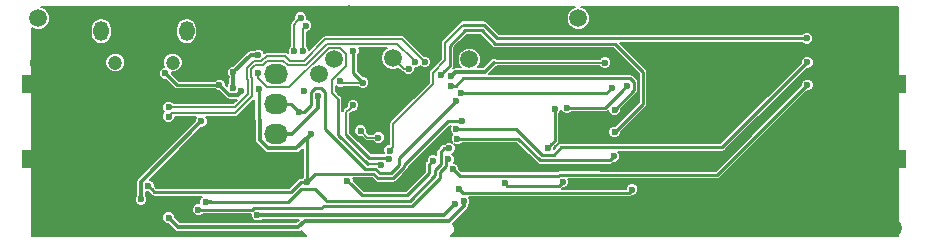
<source format=gbl>
G04 #@! TF.FileFunction,Copper,L2,Bot,Signal*
%FSLAX46Y46*%
G04 Gerber Fmt 4.6, Leading zero omitted, Abs format (unit mm)*
G04 Created by KiCad (PCBNEW (2016-02-18 BZR 6566)-product) date Monday, 09 May 2016 23:43:43*
%MOMM*%
G01*
G04 APERTURE LIST*
%ADD10C,0.100000*%
%ADD11R,4.572000X1.524000*%
%ADD12C,1.501140*%
%ADD13R,2.032000X1.727200*%
%ADD14O,2.032000X1.727200*%
%ADD15C,1.200000*%
%ADD16O,1.300000X1.700000*%
%ADD17C,0.600000*%
%ADD18C,0.300000*%
%ADD19C,0.250000*%
%ADD20C,0.160000*%
%ADD21C,0.340000*%
%ADD22C,0.500000*%
%ADD23C,0.200000*%
G04 APERTURE END LIST*
D10*
D11*
X177766700Y-76840240D03*
X177766700Y-83164840D03*
X177766700Y-76840240D03*
X177766700Y-83164840D03*
D12*
X136635002Y-74639998D03*
X130400000Y-76030000D03*
X131670000Y-74760000D03*
X152320000Y-71280000D03*
X132940000Y-70950000D03*
X143100000Y-74760000D03*
D13*
X126722000Y-83646000D03*
D14*
X126722000Y-81106000D03*
X126722000Y-78566000D03*
X126722000Y-76026000D03*
D12*
X178990000Y-89060000D03*
X106600000Y-71280000D03*
D11*
X107519300Y-83164840D03*
X107519300Y-76840240D03*
X107519300Y-83164840D03*
X107519300Y-76840240D03*
D15*
X117975000Y-75025000D03*
X113125000Y-75025000D03*
D16*
X119175000Y-72375000D03*
X111925000Y-72375000D03*
D17*
X173770000Y-71700000D03*
X175770000Y-71700000D03*
X177770000Y-71700000D03*
X159340000Y-74980000D03*
X161340000Y-74980000D03*
X163340000Y-74980000D03*
X159780000Y-71390000D03*
X161780000Y-71390000D03*
X163780000Y-71390000D03*
X165780000Y-71390000D03*
X173770000Y-73700000D03*
X175770000Y-73700000D03*
X177770000Y-73700000D03*
X159340000Y-76980000D03*
X161340000Y-76980000D03*
X163340000Y-76980000D03*
X171160000Y-88330000D03*
X175560000Y-86830000D03*
X177560000Y-86830000D03*
X173560000Y-88830000D03*
X175560000Y-88830000D03*
X177560000Y-88830000D03*
X151950000Y-88860000D03*
X153950000Y-88860000D03*
X115860000Y-79500000D03*
X110100000Y-89140000D03*
X115860000Y-81500000D03*
X112100000Y-89140000D03*
X115860000Y-83500000D03*
X114100000Y-89140000D03*
X158940000Y-85830000D03*
X160940000Y-85830000D03*
X162940000Y-85830000D03*
X164940000Y-85830000D03*
X166940000Y-85830000D03*
X158940000Y-87830000D03*
X160940000Y-87830000D03*
X162940000Y-87830000D03*
X164940000Y-87830000D03*
X166940000Y-87830000D03*
X173610000Y-87320000D03*
X174620000Y-85600000D03*
X174740000Y-83450000D03*
X174650000Y-84470000D03*
X170910000Y-85350000D03*
X171830000Y-84460000D03*
X172220000Y-82110000D03*
X172490000Y-80450000D03*
X173230000Y-79420000D03*
X174290000Y-78770000D03*
X174890000Y-82240000D03*
X174290000Y-86590000D03*
X174020000Y-76300000D03*
X170590000Y-71350000D03*
X172620000Y-88140000D03*
X149950000Y-88860000D03*
X125230000Y-74390000D03*
X123060000Y-77170000D03*
X123130000Y-75850000D03*
X129100093Y-77404173D03*
X132186297Y-76619999D03*
X134090270Y-76733456D03*
X130274989Y-77819565D03*
X133271436Y-74013045D03*
X156425020Y-76997884D03*
X151349244Y-78839998D03*
X156879654Y-85774980D03*
X142195740Y-85725012D03*
X129851976Y-73330010D03*
X109215315Y-75200020D03*
X134960000Y-75540000D03*
X123979739Y-74109980D03*
X122430000Y-72030000D03*
X115020000Y-81110000D03*
X107800000Y-86200000D03*
X155830000Y-83770000D03*
X142810000Y-82320000D03*
X137550002Y-85650000D03*
X125268345Y-84984433D03*
X176663540Y-85330000D03*
X178340000Y-75040000D03*
X176420000Y-75040000D03*
X107533575Y-81644665D03*
X106123393Y-75097391D03*
X107533575Y-78169574D03*
X106200000Y-84510000D03*
X108890000Y-84400000D03*
X115020000Y-81110000D03*
X115050000Y-78900000D03*
X158075000Y-83300000D03*
X133610065Y-79475031D03*
X139250328Y-82927140D03*
X137957095Y-75546608D03*
X133254792Y-78628496D03*
X136261814Y-83230739D03*
X128825938Y-71236678D03*
X129367227Y-85129979D03*
X125267538Y-77232987D03*
X128260000Y-74080000D03*
X129700000Y-81040000D03*
X115910020Y-85470000D03*
X142460919Y-79994545D03*
X129264683Y-71895897D03*
X129018889Y-74038695D03*
X115300000Y-86600000D03*
X120400000Y-80000000D03*
X141989254Y-78289254D03*
X128669074Y-79211104D03*
X154590000Y-75030000D03*
X141543791Y-76201188D03*
X155174980Y-77143811D03*
X142410000Y-77574980D03*
X141520824Y-77020824D03*
X155406955Y-79006955D03*
X140672548Y-76060185D03*
X155400000Y-80900000D03*
X142089978Y-81455018D03*
X155308465Y-82964980D03*
X141714137Y-84045412D03*
X171710000Y-76920000D03*
X141983340Y-80662145D03*
X171700000Y-75000000D03*
X136349292Y-82475778D03*
X171675000Y-72975000D03*
X135659115Y-83693726D03*
X125170815Y-75866941D03*
X120153143Y-87492152D03*
X141305671Y-83223417D03*
X120763163Y-86832352D03*
X141400472Y-82272186D03*
X132754378Y-85041961D03*
X140017956Y-83334997D03*
X125150000Y-87940000D03*
X141869998Y-87000000D03*
X117640020Y-88152062D03*
X142620000Y-86780000D03*
X146100000Y-85230031D03*
X150991957Y-85141957D03*
X149733590Y-82229958D03*
X150330000Y-78960000D03*
X117370019Y-75939980D03*
X121935066Y-76928031D03*
X123787505Y-77453967D03*
X117630000Y-78810000D03*
X139330000Y-74970000D03*
X117630000Y-79610000D03*
X138531905Y-74971799D03*
X135400020Y-81369949D03*
X133900000Y-80800000D03*
D18*
X123130000Y-76420000D02*
X123060000Y-76490000D01*
X123060000Y-76490000D02*
X123060000Y-77170000D01*
X123130000Y-75850000D02*
X123130000Y-76420000D01*
X125230000Y-74390000D02*
X124590000Y-74390000D01*
X124590000Y-74390000D02*
X123130000Y-75850000D01*
D19*
X142495739Y-86025011D02*
X142195740Y-85725012D01*
X156879654Y-85774980D02*
X156579655Y-86074979D01*
X142545707Y-86074979D02*
X142495739Y-86025011D01*
X156579655Y-86074979D02*
X142545707Y-86074979D01*
D20*
X132299754Y-76733456D02*
X132186297Y-76619999D01*
X134090270Y-76733456D02*
X132299754Y-76733456D01*
D19*
X133790271Y-76433457D02*
X134090270Y-76733456D01*
X133271436Y-75914622D02*
X133790271Y-76433457D01*
X133271436Y-74013045D02*
X133271436Y-75914622D01*
D21*
X130274989Y-78909011D02*
X130274989Y-78243829D01*
X130274989Y-78243829D02*
X130274989Y-77819565D01*
X126722000Y-81106000D02*
X128078000Y-81106000D01*
X128078000Y-81106000D02*
X130274989Y-78909011D01*
D19*
X156117083Y-77305821D02*
X156125021Y-77297883D01*
X156125021Y-77297883D02*
X156425020Y-76997884D01*
X151349244Y-78839998D02*
X154549257Y-78839998D01*
X156083434Y-77318432D02*
X156083434Y-77305821D01*
X156120000Y-77354998D02*
X156083434Y-77318432D01*
X154549257Y-78839998D02*
X156083434Y-77305821D01*
X156083434Y-77305821D02*
X156117083Y-77305821D01*
X151349244Y-78839998D02*
X151349244Y-78906965D01*
D22*
X109515314Y-75500019D02*
X109215315Y-75200020D01*
X112915295Y-78900000D02*
X109515314Y-75500019D01*
X115050000Y-78900000D02*
X112915295Y-78900000D01*
D20*
X122430000Y-72030000D02*
X122430000Y-72560241D01*
X123679740Y-73809981D02*
X123979739Y-74109980D01*
X122430000Y-72560241D02*
X123679740Y-73809981D01*
D22*
X106200000Y-84510000D02*
X108000000Y-84510000D01*
D18*
X107800000Y-84710000D02*
X108000000Y-84510000D01*
D22*
X108000000Y-84510000D02*
X108780000Y-84510000D01*
D18*
X107800000Y-86200000D02*
X107800000Y-84710000D01*
D20*
X142810000Y-82320000D02*
X144260000Y-83770000D01*
X144260000Y-83770000D02*
X155830000Y-83770000D01*
X137550002Y-85650000D02*
X137850001Y-85350001D01*
X137850001Y-85350001D02*
X137850001Y-85338945D01*
X137850001Y-85338945D02*
X139250328Y-83938618D01*
D22*
X126722000Y-83646000D02*
X126606778Y-83646000D01*
X125568344Y-84684434D02*
X125268345Y-84984433D01*
X126606778Y-83646000D02*
X125568344Y-84684434D01*
D19*
X157775001Y-83599999D02*
X158075000Y-83300000D01*
X150342800Y-84025024D02*
X157349976Y-84025024D01*
X147357176Y-82525000D02*
X148927199Y-84095023D01*
X150272801Y-84095023D02*
X150342800Y-84025024D01*
X148927199Y-84095023D02*
X150272801Y-84095023D01*
X142200000Y-82525000D02*
X147357176Y-82525000D01*
X157349976Y-84025024D02*
X157775001Y-83599999D01*
D18*
X176420000Y-75040000D02*
X178340000Y-75040000D01*
D22*
X107683238Y-81495002D02*
X107533575Y-81644665D01*
X106547657Y-75097391D02*
X106123393Y-75097391D01*
X111247391Y-75097391D02*
X106547657Y-75097391D01*
X115050000Y-78900000D02*
X111247391Y-75097391D01*
X107833574Y-78469573D02*
X107533575Y-78169574D01*
X108264001Y-78900000D02*
X107833574Y-78469573D01*
X115050000Y-78900000D02*
X108264001Y-78900000D01*
X108780000Y-84510000D02*
X108890000Y-84400000D01*
X108890000Y-84400000D02*
X109035002Y-84400000D01*
X115050000Y-78900000D02*
X115050000Y-81080000D01*
X115050000Y-81080000D02*
X115020000Y-81110000D01*
D19*
X142050000Y-82375000D02*
X142050000Y-82100000D01*
X142200000Y-82525000D02*
X142050000Y-82375000D01*
D18*
X139250328Y-82927140D02*
X139250328Y-83938618D01*
X139250328Y-82927140D02*
X139550327Y-82627141D01*
X139550327Y-82627141D02*
X139822859Y-82627141D01*
D20*
X137541612Y-75546608D02*
X137957095Y-75546608D01*
X136635002Y-74639998D02*
X137541612Y-75546608D01*
X132660000Y-79223288D02*
X132954793Y-78928495D01*
X132954793Y-78928495D02*
X133254792Y-78628496D01*
X132660000Y-81155002D02*
X132660000Y-79223288D01*
D19*
X132660000Y-81155002D02*
X134583696Y-83078698D01*
X136109773Y-83078698D02*
X136261814Y-83230739D01*
X134583696Y-83078698D02*
X136109773Y-83078698D01*
D20*
X128525939Y-71536677D02*
X128825938Y-71236678D01*
X128260000Y-74080000D02*
X128260000Y-71802616D01*
X128260000Y-71802616D02*
X128525939Y-71536677D01*
D19*
X128942963Y-85129979D02*
X129367227Y-85129979D01*
X128861926Y-85129979D02*
X128942963Y-85129979D01*
X127991905Y-86000000D02*
X128861926Y-85129979D01*
X124760000Y-86000000D02*
X127991905Y-86000000D01*
X142460919Y-79994545D02*
X141319569Y-79994545D01*
X141319569Y-79994545D02*
X137587169Y-83726945D01*
X137587169Y-83726945D02*
X137587169Y-83902370D01*
X137587169Y-83902370D02*
X136674800Y-84814739D01*
X135329367Y-84814739D02*
X134968164Y-84453536D01*
X136674800Y-84814739D02*
X135329367Y-84814739D01*
X134968164Y-84453536D02*
X130043670Y-84453536D01*
X130043670Y-84453536D02*
X129667226Y-84829980D01*
X129667226Y-84829980D02*
X129367227Y-85129979D01*
X129367227Y-84705715D02*
X129367227Y-85129979D01*
X129367227Y-81372773D02*
X129367227Y-84705715D01*
X129700000Y-81040000D02*
X129367227Y-81372773D01*
X125362610Y-79917390D02*
X125267538Y-79822318D01*
X125267538Y-79822318D02*
X125267538Y-77657251D01*
X125267538Y-77657251D02*
X125267538Y-77232987D01*
D21*
X125362610Y-79917390D02*
X125362610Y-81587029D01*
X125362610Y-81587029D02*
X126075191Y-82299610D01*
X126075191Y-82299610D02*
X128440390Y-82299610D01*
X128440390Y-82299610D02*
X129400001Y-81339999D01*
X129400001Y-81339999D02*
X129700000Y-81040000D01*
D19*
X116210019Y-85769999D02*
X115910020Y-85470000D01*
X116440020Y-86000000D02*
X116210019Y-85769999D01*
X124760000Y-86000000D02*
X116440020Y-86000000D01*
X124760000Y-86000000D02*
X124620000Y-86000000D01*
D20*
X129018889Y-74038695D02*
X129018889Y-72141691D01*
X129018889Y-72141691D02*
X129264683Y-71895897D01*
D19*
X129934187Y-77275011D02*
X129953741Y-77275011D01*
X129953741Y-77275011D02*
X130013753Y-77214999D01*
X130013753Y-77214999D02*
X130555801Y-77214999D01*
X136504968Y-84404728D02*
X135499199Y-84404728D01*
X135499199Y-84404728D02*
X135137996Y-84043525D01*
X130860001Y-80627825D02*
X130860001Y-77519199D01*
X130860001Y-77519199D02*
X130555801Y-77214999D01*
X129934187Y-77275011D02*
X129689999Y-77519199D01*
X137177158Y-83732538D02*
X136504968Y-84404728D01*
X137177158Y-83101350D02*
X137177158Y-83732538D01*
X135137996Y-84043525D02*
X134275701Y-84043525D01*
X134275701Y-84043525D02*
X130860001Y-80627825D01*
X141989254Y-78289254D02*
X137177158Y-83101350D01*
X129689988Y-77519210D02*
X129689988Y-78614454D01*
X129689999Y-77519199D02*
X129689988Y-77519210D01*
X129093338Y-79211104D02*
X128669074Y-79211104D01*
X129689988Y-78614454D02*
X129093338Y-79211104D01*
X129689998Y-77519198D02*
X129689999Y-77519199D01*
D18*
X115300000Y-85100000D02*
X120400000Y-80000000D01*
X115300000Y-86600000D02*
X115300000Y-85100000D01*
D19*
X128023970Y-78566000D02*
X128669074Y-79211104D01*
X126722000Y-78566000D02*
X128023970Y-78566000D01*
D18*
X145199296Y-75030000D02*
X144408725Y-75820571D01*
X144408725Y-75820571D02*
X141924408Y-75820571D01*
X141924408Y-75820571D02*
X141843790Y-75901189D01*
X141843790Y-75901189D02*
X141543791Y-76201188D01*
D20*
X145199296Y-75030000D02*
X146290000Y-75030000D01*
X146290000Y-75030000D02*
X154590000Y-75030000D01*
D19*
X142410000Y-77574980D02*
X154743811Y-77574980D01*
X154743811Y-77574980D02*
X154874981Y-77443810D01*
X154874981Y-77443810D02*
X155174980Y-77143811D01*
X141945088Y-77020824D02*
X141520824Y-77020824D01*
X142593029Y-76372883D02*
X141945088Y-77020824D01*
X156725021Y-76372883D02*
X142593029Y-76372883D01*
X157050021Y-76697883D02*
X156725021Y-76372883D01*
X157050021Y-77363889D02*
X157050021Y-76697883D01*
X155406955Y-79006955D02*
X157050021Y-77363889D01*
X141425011Y-75307722D02*
X140972547Y-75760186D01*
X142727325Y-72294418D02*
X141425011Y-73596732D01*
X141425011Y-73596732D02*
X141425011Y-75307722D01*
X144132675Y-72294418D02*
X142727325Y-72294418D01*
X145263268Y-73425011D02*
X144132675Y-72294418D01*
X157800000Y-75800000D02*
X155425011Y-73425011D01*
X157800000Y-78500000D02*
X157800000Y-75800000D01*
X155400000Y-80900000D02*
X157800000Y-78500000D01*
X140972547Y-75760186D02*
X140672548Y-76060185D01*
X155425011Y-73425011D02*
X145263268Y-73425011D01*
X149062169Y-83304989D02*
X147212198Y-81455018D01*
X155308465Y-82964980D02*
X154968456Y-83304989D01*
X154968456Y-83304989D02*
X149062169Y-83304989D01*
X147212198Y-81455018D02*
X142514242Y-81455018D01*
X142514242Y-81455018D02*
X142089978Y-81455018D01*
X150739705Y-84510297D02*
X150644991Y-84605011D01*
X171710000Y-76920000D02*
X164097749Y-84532251D01*
X154106792Y-84510297D02*
X150739705Y-84510297D01*
X150644991Y-84605011D02*
X142273736Y-84605011D01*
X154128746Y-84532251D02*
X154106792Y-84510297D01*
X164097749Y-84532251D02*
X154128746Y-84532251D01*
X142014136Y-84345411D02*
X141714137Y-84045412D01*
X142273736Y-84605011D02*
X142014136Y-84345411D01*
X150240024Y-82854978D02*
X149248569Y-82854978D01*
X149248569Y-82854978D02*
X147055736Y-80662145D01*
X164505359Y-82194641D02*
X150900361Y-82194641D01*
X150900361Y-82194641D02*
X150240024Y-82854978D01*
X142407604Y-80662145D02*
X141983340Y-80662145D01*
X147055736Y-80662145D02*
X142407604Y-80662145D01*
X171700000Y-75000000D02*
X164505359Y-82194641D01*
D20*
X142530569Y-71819410D02*
X141020000Y-73329979D01*
X139990011Y-76861547D02*
X136649291Y-80202267D01*
X141020000Y-73329979D02*
X141020000Y-74840000D01*
X141020000Y-74840000D02*
X139990011Y-75869989D01*
X139990011Y-75869989D02*
X139990011Y-76861547D01*
X136649291Y-80202267D02*
X136649291Y-82175779D01*
X136649291Y-82175779D02*
X136349292Y-82475778D01*
D19*
X142530569Y-71819410D02*
X144309410Y-71819410D01*
X145465000Y-72975000D02*
X171675000Y-72975000D01*
X144309410Y-71819410D02*
X145465000Y-72975000D01*
D20*
X135659115Y-83693726D02*
X135598903Y-83633514D01*
X135598903Y-83633514D02*
X134502101Y-83633514D01*
X126009220Y-77129610D02*
X125170815Y-76291205D01*
X127871955Y-77129610D02*
X126009220Y-77129610D01*
X131232136Y-73769429D02*
X127871955Y-77129610D01*
X132660571Y-74284525D02*
X132145475Y-73769429D01*
X125170815Y-76291205D02*
X125170815Y-75866941D01*
X131995013Y-78074366D02*
X131500000Y-77579353D01*
X132145475Y-73769429D02*
X131232136Y-73769429D01*
X131500000Y-77579353D02*
X131500000Y-76490000D01*
X131500000Y-76490000D02*
X132660571Y-75329429D01*
X132660571Y-75329429D02*
X132660571Y-74284525D01*
D19*
X131995013Y-81126426D02*
X134502101Y-83633514D01*
X131995013Y-78074366D02*
X131995013Y-81126426D01*
X120153143Y-87492152D02*
X124672846Y-87492152D01*
X124672846Y-87492152D02*
X124849999Y-87314999D01*
X130594973Y-87314999D02*
X130746004Y-87163968D01*
X124849999Y-87314999D02*
X130594973Y-87314999D01*
X130746004Y-87163968D02*
X138233858Y-87163968D01*
X138233858Y-87163968D02*
X140625361Y-84772465D01*
X140625361Y-84772465D02*
X140625361Y-84326680D01*
X140625361Y-84326680D02*
X141130661Y-83821380D01*
X141130661Y-83821380D02*
X141130661Y-83398427D01*
X141130661Y-83398427D02*
X141305671Y-83223417D01*
X130932404Y-86622404D02*
X130024999Y-85714999D01*
X130024999Y-85714999D02*
X128856748Y-85714999D01*
X128856748Y-85714999D02*
X127716767Y-86854980D01*
X130932404Y-86713957D02*
X130932404Y-86622404D01*
D18*
X121254043Y-86854980D02*
X121231415Y-86832352D01*
X121231415Y-86832352D02*
X121187427Y-86832352D01*
X121187427Y-86832352D02*
X120763163Y-86832352D01*
D19*
X137052546Y-86713957D02*
X130932404Y-86713957D01*
X138036403Y-86725012D02*
X137063601Y-86725012D01*
X140680650Y-83634980D02*
X140175350Y-84140280D01*
X140175350Y-84586065D02*
X138036403Y-86725012D01*
X127716767Y-86854980D02*
X121678307Y-86854980D01*
X140680650Y-82567744D02*
X140680650Y-83634980D01*
X141400472Y-82272186D02*
X140976208Y-82272186D01*
X121678307Y-86854980D02*
X121254043Y-86854980D01*
X137063601Y-86725012D02*
X137052546Y-86713957D01*
X140175350Y-84140280D02*
X140175350Y-84586065D01*
X140976208Y-82272186D02*
X140680650Y-82567744D01*
X133987418Y-86275001D02*
X133054377Y-85341960D01*
X133054377Y-85341960D02*
X132754378Y-85041961D01*
X140017956Y-83334997D02*
X139717957Y-83634996D01*
X139717957Y-83634996D02*
X139717957Y-84407047D01*
X139717957Y-84407047D02*
X137850003Y-86275001D01*
X137850003Y-86275001D02*
X133987418Y-86275001D01*
D21*
X141569999Y-87299999D02*
X141869998Y-87000000D01*
X140967577Y-87902421D02*
X141569999Y-87299999D01*
X125150000Y-87940000D02*
X125574264Y-87940000D01*
X125574264Y-87940000D02*
X125611843Y-87902421D01*
X125611843Y-87902421D02*
X140967577Y-87902421D01*
X128621598Y-88960000D02*
X118447958Y-88960000D01*
X142620000Y-87204264D02*
X141404265Y-88419999D01*
X118447958Y-88960000D02*
X117940019Y-88452061D01*
X117940019Y-88452061D02*
X117640020Y-88152062D01*
X142620000Y-86780000D02*
X142620000Y-87204264D01*
X129161599Y-88419999D02*
X128621598Y-88960000D01*
X141404265Y-88419999D02*
X129161599Y-88419999D01*
D19*
X150330000Y-78960000D02*
X150330000Y-81633548D01*
X150691958Y-85441956D02*
X146311925Y-85441956D01*
X146311925Y-85441956D02*
X146100000Y-85230031D01*
X150991957Y-85141957D02*
X150691958Y-85441956D01*
X150033589Y-81929959D02*
X149733590Y-82229958D01*
X150330000Y-81633548D02*
X150033589Y-81929959D01*
D18*
X123487506Y-77753966D02*
X123787505Y-77453967D01*
X123461470Y-77780002D02*
X123487506Y-77753966D01*
X122787037Y-77780002D02*
X123461470Y-77780002D01*
X121935066Y-76928031D02*
X122787037Y-77780002D01*
D19*
X121510802Y-76928031D02*
X121935066Y-76928031D01*
X117370019Y-75939980D02*
X118358070Y-76928031D01*
X118358070Y-76928031D02*
X121510802Y-76928031D01*
D20*
X124347507Y-76497507D02*
X124347507Y-76800000D01*
X124347507Y-76800000D02*
X124347507Y-77722769D01*
X124310804Y-76393366D02*
X124347507Y-76430069D01*
X124347507Y-76430069D02*
X124347507Y-76800000D01*
X125489201Y-74930001D02*
X124855989Y-74930003D01*
X124855989Y-74930003D02*
X124310804Y-75475188D01*
X124310804Y-75475188D02*
X124310804Y-76393366D01*
D23*
X127914196Y-74854503D02*
X127522072Y-74462379D01*
X129119471Y-74854503D02*
X127914196Y-74854503D01*
X130904567Y-73069407D02*
X129119471Y-74854503D01*
X137429407Y-73069407D02*
X130904567Y-73069407D01*
X139330000Y-74970000D02*
X137429407Y-73069407D01*
D20*
X127522072Y-74462379D02*
X125956823Y-74462379D01*
X125956823Y-74462379D02*
X125489201Y-74930001D01*
D23*
X124347507Y-77722769D02*
X123260276Y-78810000D01*
X123260276Y-78810000D02*
X118054264Y-78810000D01*
X118054264Y-78810000D02*
X117630000Y-78810000D01*
D20*
X127356383Y-74862390D02*
X126009375Y-74862390D01*
X126009375Y-74862390D02*
X125621753Y-75250012D01*
X125621753Y-75250012D02*
X124988542Y-75250012D01*
X124988542Y-75250012D02*
X124630814Y-75607740D01*
X124630814Y-75607740D02*
X124630814Y-76260814D01*
X124630814Y-76260814D02*
X124707518Y-76337518D01*
X124707518Y-76337518D02*
X124707518Y-77871890D01*
D23*
X138231906Y-74671800D02*
X138531905Y-74971799D01*
X136989524Y-73429418D02*
X138231906Y-74671800D01*
X127708507Y-75214514D02*
X129268592Y-75214514D01*
X127356383Y-74862390D02*
X127708507Y-75214514D01*
X129268592Y-75214514D02*
X131053688Y-73429418D01*
X131053688Y-73429418D02*
X136989524Y-73429418D01*
X117630000Y-79610000D02*
X117929999Y-79310001D01*
X117929999Y-79310001D02*
X123269407Y-79310001D01*
X123269407Y-79310001D02*
X124707518Y-77871890D01*
D20*
X134975756Y-81369949D02*
X135400020Y-81369949D01*
X133900000Y-80800000D02*
X134469949Y-81369949D01*
X134469949Y-81369949D02*
X134975756Y-81369949D01*
G36*
X151759620Y-70439746D02*
X151480726Y-70718155D01*
X151329603Y-71082099D01*
X151329259Y-71476172D01*
X151479746Y-71840380D01*
X151758155Y-72119274D01*
X152122099Y-72270397D01*
X152516172Y-72270741D01*
X152880380Y-72120254D01*
X153159274Y-71841845D01*
X153310397Y-71477901D01*
X153310741Y-71083828D01*
X153160254Y-70719620D01*
X152881845Y-70440726D01*
X152579064Y-70315000D01*
X179420000Y-70315000D01*
X179420000Y-89685000D01*
X141505164Y-89685000D01*
X141597915Y-89646676D01*
X141771068Y-89473825D01*
X141864893Y-89247868D01*
X141865107Y-89003206D01*
X141771676Y-88777085D01*
X141699405Y-88704687D01*
X142909914Y-87494178D01*
X142998791Y-87361165D01*
X143030000Y-87204264D01*
X143030000Y-87133725D01*
X143077523Y-87086285D01*
X143159906Y-86887884D01*
X143160093Y-86673059D01*
X143078056Y-86474514D01*
X143043581Y-86439979D01*
X156579655Y-86439979D01*
X156719335Y-86412195D01*
X156837749Y-86333073D01*
X156855863Y-86314959D01*
X156986595Y-86315073D01*
X157185140Y-86233036D01*
X157337177Y-86081265D01*
X157419560Y-85882864D01*
X157419747Y-85668039D01*
X157337710Y-85469494D01*
X157185939Y-85317457D01*
X156987538Y-85235074D01*
X156772713Y-85234887D01*
X156574168Y-85316924D01*
X156422131Y-85468695D01*
X156339748Y-85667096D01*
X156339711Y-85709979D01*
X150935192Y-85709979D01*
X150950052Y-85700050D01*
X150968166Y-85681936D01*
X151098898Y-85682050D01*
X151297443Y-85600013D01*
X151449480Y-85448242D01*
X151531863Y-85249841D01*
X151532050Y-85035016D01*
X151466056Y-84875297D01*
X154018375Y-84875297D01*
X154128746Y-84897251D01*
X164097749Y-84897251D01*
X164237429Y-84869467D01*
X164355843Y-84790345D01*
X171686209Y-77459979D01*
X171816941Y-77460093D01*
X172015486Y-77378056D01*
X172167523Y-77226285D01*
X172249906Y-77027884D01*
X172250093Y-76813059D01*
X172168056Y-76614514D01*
X172016285Y-76462477D01*
X171817884Y-76380094D01*
X171603059Y-76379907D01*
X171404514Y-76461944D01*
X171252477Y-76613715D01*
X171170094Y-76812116D01*
X171169979Y-76943833D01*
X163946561Y-84167251D01*
X154217163Y-84167251D01*
X154106792Y-84145297D01*
X150739705Y-84145297D01*
X150600025Y-84173081D01*
X150499858Y-84240011D01*
X142424924Y-84240011D01*
X142254116Y-84069203D01*
X142254230Y-83938471D01*
X142172193Y-83739926D01*
X142020422Y-83587889D01*
X141822021Y-83505506D01*
X141773259Y-83505464D01*
X141845577Y-83331301D01*
X141845764Y-83116476D01*
X141763727Y-82917931D01*
X141614210Y-82768152D01*
X141705958Y-82730242D01*
X141857995Y-82578471D01*
X141940378Y-82380070D01*
X141940565Y-82165245D01*
X141858528Y-81966700D01*
X141819169Y-81927272D01*
X141982094Y-81994924D01*
X142196919Y-81995111D01*
X142395464Y-81913074D01*
X142488683Y-81820018D01*
X147061010Y-81820018D01*
X148804075Y-83563083D01*
X148922489Y-83642205D01*
X149062169Y-83669989D01*
X154968456Y-83669989D01*
X155108136Y-83642205D01*
X155226550Y-83563083D01*
X155284674Y-83504959D01*
X155415406Y-83505073D01*
X155613951Y-83423036D01*
X155765988Y-83271265D01*
X155848371Y-83072864D01*
X155848558Y-82858039D01*
X155766521Y-82659494D01*
X155666843Y-82559641D01*
X164505359Y-82559641D01*
X164645039Y-82531857D01*
X164763453Y-82452735D01*
X171676209Y-75539979D01*
X171806941Y-75540093D01*
X172005486Y-75458056D01*
X172157523Y-75306285D01*
X172239906Y-75107884D01*
X172240093Y-74893059D01*
X172158056Y-74694514D01*
X172006285Y-74542477D01*
X171807884Y-74460094D01*
X171593059Y-74459907D01*
X171394514Y-74541944D01*
X171242477Y-74693715D01*
X171160094Y-74892116D01*
X171159979Y-75023833D01*
X164354171Y-81829641D01*
X150900361Y-81829641D01*
X150760682Y-81857425D01*
X150642267Y-81936547D01*
X150273524Y-82305290D01*
X150273611Y-82206125D01*
X150588094Y-81891642D01*
X150595781Y-81880137D01*
X150667216Y-81773227D01*
X150695000Y-81633548D01*
X150695000Y-79358646D01*
X150787523Y-79266285D01*
X150864502Y-79080899D01*
X150891188Y-79145484D01*
X151042959Y-79297521D01*
X151241360Y-79379904D01*
X151456185Y-79380091D01*
X151654730Y-79298054D01*
X151747949Y-79204998D01*
X154549257Y-79204998D01*
X154688937Y-79177214D01*
X154807351Y-79098092D01*
X154866928Y-79038515D01*
X154866862Y-79113896D01*
X154948899Y-79312441D01*
X155100670Y-79464478D01*
X155299071Y-79546861D01*
X155513896Y-79547048D01*
X155712441Y-79465011D01*
X155864478Y-79313240D01*
X155946861Y-79114839D01*
X155946976Y-78983122D01*
X157308115Y-77621983D01*
X157387237Y-77503569D01*
X157415021Y-77363889D01*
X157415021Y-76697883D01*
X157387237Y-76558204D01*
X157308115Y-76439789D01*
X156983115Y-76114789D01*
X156864701Y-76035667D01*
X156725021Y-76007883D01*
X144772957Y-76007883D01*
X145430839Y-75350000D01*
X154146433Y-75350000D01*
X154283715Y-75487523D01*
X154482116Y-75569906D01*
X154696941Y-75570093D01*
X154895486Y-75488056D01*
X155047523Y-75336285D01*
X155129906Y-75137884D01*
X155130093Y-74923059D01*
X155048056Y-74724514D01*
X154896285Y-74572477D01*
X154697884Y-74490094D01*
X154483059Y-74489907D01*
X154284514Y-74571944D01*
X154146216Y-74710000D01*
X145408874Y-74710000D01*
X145348542Y-74669687D01*
X145199296Y-74640000D01*
X145050050Y-74669687D01*
X144923524Y-74754229D01*
X144247181Y-75430571D01*
X143830359Y-75430571D01*
X143939274Y-75321845D01*
X144090397Y-74957901D01*
X144090741Y-74563828D01*
X143940254Y-74199620D01*
X143661845Y-73920726D01*
X143297901Y-73769603D01*
X142903828Y-73769259D01*
X142539620Y-73919746D01*
X142260726Y-74198155D01*
X142109603Y-74562099D01*
X142109259Y-74956172D01*
X142259746Y-75320380D01*
X142369745Y-75430571D01*
X141924408Y-75430571D01*
X141775161Y-75460258D01*
X141736276Y-75486240D01*
X141762227Y-75447402D01*
X141790011Y-75307722D01*
X141790011Y-73747920D01*
X142878513Y-72659418D01*
X143981487Y-72659418D01*
X145005174Y-73683105D01*
X145123588Y-73762227D01*
X145263268Y-73790011D01*
X155273823Y-73790011D01*
X157435000Y-75951188D01*
X157435000Y-78348812D01*
X155423791Y-80360021D01*
X155293059Y-80359907D01*
X155094514Y-80441944D01*
X154942477Y-80593715D01*
X154860094Y-80792116D01*
X154859907Y-81006941D01*
X154941944Y-81205486D01*
X155093715Y-81357523D01*
X155292116Y-81439906D01*
X155506941Y-81440093D01*
X155705486Y-81358056D01*
X155857523Y-81206285D01*
X155939906Y-81007884D01*
X155940021Y-80876167D01*
X158058094Y-78758094D01*
X158137216Y-78639679D01*
X158165000Y-78500000D01*
X158165000Y-75800000D01*
X158159198Y-75770829D01*
X158137216Y-75660320D01*
X158058094Y-75541906D01*
X155856188Y-73340000D01*
X171276354Y-73340000D01*
X171368715Y-73432523D01*
X171567116Y-73514906D01*
X171781941Y-73515093D01*
X171980486Y-73433056D01*
X172132523Y-73281285D01*
X172214906Y-73082884D01*
X172215093Y-72868059D01*
X172133056Y-72669514D01*
X171981285Y-72517477D01*
X171782884Y-72435094D01*
X171568059Y-72434907D01*
X171369514Y-72516944D01*
X171276295Y-72610000D01*
X145616188Y-72610000D01*
X144567504Y-71561316D01*
X144449090Y-71482194D01*
X144309410Y-71454410D01*
X142530569Y-71454410D01*
X142390890Y-71482194D01*
X142272475Y-71561316D01*
X142193353Y-71679731D01*
X142187308Y-71710123D01*
X140793726Y-73103705D01*
X140724359Y-73207520D01*
X140700000Y-73329979D01*
X140700000Y-74707452D01*
X139763737Y-75643715D01*
X139694370Y-75747530D01*
X139670011Y-75869989D01*
X139670011Y-76728998D01*
X136423017Y-79975993D01*
X136353650Y-80079808D01*
X136329291Y-80202267D01*
X136329291Y-81935761D01*
X136242351Y-81935685D01*
X136043806Y-82017722D01*
X135891769Y-82169493D01*
X135809386Y-82367894D01*
X135809199Y-82582719D01*
X135863318Y-82713698D01*
X134734884Y-82713698D01*
X132980000Y-80958814D01*
X132980000Y-80906941D01*
X133359907Y-80906941D01*
X133441944Y-81105486D01*
X133593715Y-81257523D01*
X133792116Y-81339906D01*
X133987528Y-81340076D01*
X134243675Y-81596223D01*
X134347491Y-81665591D01*
X134469949Y-81689949D01*
X134956453Y-81689949D01*
X135093735Y-81827472D01*
X135292136Y-81909855D01*
X135506961Y-81910042D01*
X135705506Y-81828005D01*
X135857543Y-81676234D01*
X135939926Y-81477833D01*
X135940113Y-81263008D01*
X135858076Y-81064463D01*
X135706305Y-80912426D01*
X135507904Y-80830043D01*
X135293079Y-80829856D01*
X135094534Y-80911893D01*
X134956236Y-81049949D01*
X134602497Y-81049949D01*
X134439924Y-80887376D01*
X134440093Y-80693059D01*
X134358056Y-80494514D01*
X134206285Y-80342477D01*
X134007884Y-80260094D01*
X133793059Y-80259907D01*
X133594514Y-80341944D01*
X133442477Y-80493715D01*
X133360094Y-80692116D01*
X133359907Y-80906941D01*
X132980000Y-80906941D01*
X132980000Y-79355836D01*
X133167416Y-79168420D01*
X133361733Y-79168589D01*
X133560278Y-79086552D01*
X133712315Y-78934781D01*
X133794698Y-78736380D01*
X133794885Y-78521555D01*
X133712848Y-78323010D01*
X133561077Y-78170973D01*
X133362676Y-78088590D01*
X133147851Y-78088403D01*
X132949306Y-78170440D01*
X132797269Y-78322211D01*
X132714886Y-78520612D01*
X132714716Y-78716024D01*
X132433726Y-78997014D01*
X132364359Y-79100829D01*
X132360013Y-79122677D01*
X132360013Y-78074366D01*
X132332229Y-77934687D01*
X132253107Y-77816272D01*
X132134692Y-77737150D01*
X132104300Y-77731105D01*
X131820000Y-77446805D01*
X131820000Y-77017405D01*
X131880012Y-77077522D01*
X132078413Y-77159905D01*
X132293238Y-77160092D01*
X132491783Y-77078055D01*
X132516425Y-77053456D01*
X133646703Y-77053456D01*
X133783985Y-77190979D01*
X133982386Y-77273362D01*
X134197211Y-77273549D01*
X134395756Y-77191512D01*
X134547793Y-77039741D01*
X134630176Y-76841340D01*
X134630363Y-76626515D01*
X134548326Y-76427970D01*
X134396555Y-76275933D01*
X134198154Y-76193550D01*
X134066437Y-76193435D01*
X133636436Y-75763434D01*
X133636436Y-74411691D01*
X133728959Y-74319330D01*
X133811342Y-74120929D01*
X133811529Y-73906104D01*
X133755052Y-73769418D01*
X136148017Y-73769418D01*
X136074622Y-73799744D01*
X135795728Y-74078153D01*
X135644605Y-74442097D01*
X135644261Y-74836170D01*
X135794748Y-75200378D01*
X136073157Y-75479272D01*
X136437101Y-75630395D01*
X136831174Y-75630739D01*
X137073195Y-75530739D01*
X137315338Y-75772882D01*
X137419153Y-75842249D01*
X137506569Y-75859637D01*
X137650810Y-76004131D01*
X137849211Y-76086514D01*
X138064036Y-76086701D01*
X138262581Y-76004664D01*
X138414618Y-75852893D01*
X138497001Y-75654492D01*
X138497125Y-75511769D01*
X138638846Y-75511892D01*
X138837391Y-75429855D01*
X138931882Y-75335529D01*
X139023715Y-75427523D01*
X139222116Y-75509906D01*
X139436941Y-75510093D01*
X139635486Y-75428056D01*
X139787523Y-75276285D01*
X139869906Y-75077884D01*
X139870093Y-74863059D01*
X139788056Y-74664514D01*
X139636285Y-74512477D01*
X139437884Y-74430094D01*
X139270781Y-74429949D01*
X137669823Y-72828991D01*
X137559520Y-72755288D01*
X137429407Y-72729407D01*
X130904567Y-72729407D01*
X130774454Y-72755288D01*
X130664151Y-72828991D01*
X129558980Y-73934162D01*
X129558982Y-73931754D01*
X129476945Y-73733209D01*
X129338889Y-73594911D01*
X129338889Y-72435962D01*
X129371624Y-72435990D01*
X129570169Y-72353953D01*
X129722206Y-72202182D01*
X129804589Y-72003781D01*
X129804776Y-71788956D01*
X129722739Y-71590411D01*
X129570968Y-71438374D01*
X129372567Y-71355991D01*
X129361102Y-71355981D01*
X129365844Y-71344562D01*
X129366031Y-71129737D01*
X129283994Y-70931192D01*
X129132223Y-70779155D01*
X128933822Y-70696772D01*
X128718997Y-70696585D01*
X128520452Y-70778622D01*
X128368415Y-70930393D01*
X128286032Y-71128794D01*
X128285862Y-71324206D01*
X128033726Y-71576342D01*
X127964359Y-71680157D01*
X127940000Y-71802616D01*
X127940000Y-73636433D01*
X127802477Y-73773715D01*
X127720094Y-73972116D01*
X127719907Y-74186941D01*
X127723657Y-74196017D01*
X127652185Y-74148260D01*
X127522072Y-74122379D01*
X127421525Y-74142379D01*
X125956823Y-74142379D01*
X125834364Y-74166738D01*
X125785153Y-74199620D01*
X125746334Y-74225558D01*
X125688056Y-74084514D01*
X125536285Y-73932477D01*
X125337884Y-73850094D01*
X125123059Y-73849907D01*
X124924514Y-73931944D01*
X124856339Y-74000000D01*
X124590005Y-74000000D01*
X124590000Y-73999999D01*
X124465515Y-74024761D01*
X124440753Y-74029687D01*
X124314228Y-74114228D01*
X123118466Y-75309990D01*
X123023059Y-75309907D01*
X122824514Y-75391944D01*
X122672477Y-75543715D01*
X122590094Y-75742116D01*
X122589907Y-75956941D01*
X122671944Y-76155486D01*
X122740000Y-76223661D01*
X122740000Y-76280420D01*
X122699687Y-76340753D01*
X122699687Y-76340754D01*
X122669999Y-76490000D01*
X122670000Y-76490005D01*
X122670000Y-76796310D01*
X122602477Y-76863715D01*
X122549611Y-76991032D01*
X122475076Y-76916497D01*
X122475159Y-76821090D01*
X122393122Y-76622545D01*
X122241351Y-76470508D01*
X122042950Y-76388125D01*
X121828125Y-76387938D01*
X121629580Y-76469975D01*
X121536361Y-76563031D01*
X118509258Y-76563031D01*
X117909998Y-75963771D01*
X117910084Y-75864944D01*
X118141353Y-75865146D01*
X118450200Y-75737533D01*
X118686702Y-75501443D01*
X118814854Y-75192819D01*
X118815146Y-74858647D01*
X118687533Y-74549800D01*
X118451443Y-74313298D01*
X118142819Y-74185146D01*
X117808647Y-74184854D01*
X117499800Y-74312467D01*
X117263298Y-74548557D01*
X117135146Y-74857181D01*
X117134854Y-75191353D01*
X117227152Y-75414731D01*
X117064533Y-75481924D01*
X116912496Y-75633695D01*
X116830113Y-75832096D01*
X116829926Y-76046921D01*
X116911963Y-76245466D01*
X117063734Y-76397503D01*
X117262135Y-76479886D01*
X117393852Y-76480001D01*
X118099976Y-77186125D01*
X118218390Y-77265247D01*
X118358070Y-77293031D01*
X121536420Y-77293031D01*
X121628781Y-77385554D01*
X121827182Y-77467937D01*
X121923512Y-77468021D01*
X122511265Y-78055774D01*
X122637790Y-78140315D01*
X122654662Y-78143671D01*
X122787037Y-78170003D01*
X122787042Y-78170002D01*
X123419442Y-78170002D01*
X123119444Y-78470000D01*
X118053602Y-78470000D01*
X117936285Y-78352477D01*
X117737884Y-78270094D01*
X117523059Y-78269907D01*
X117324514Y-78351944D01*
X117172477Y-78503715D01*
X117090094Y-78702116D01*
X117089907Y-78916941D01*
X117171944Y-79115486D01*
X117266324Y-79210032D01*
X117172477Y-79303715D01*
X117090094Y-79502116D01*
X117089907Y-79716941D01*
X117171944Y-79915486D01*
X117323715Y-80067523D01*
X117522116Y-80149906D01*
X117736941Y-80150093D01*
X117935486Y-80068056D01*
X118087523Y-79916285D01*
X118169906Y-79717884D01*
X118169965Y-79650001D01*
X119986268Y-79650001D01*
X119942477Y-79693715D01*
X119860094Y-79892116D01*
X119860010Y-79988446D01*
X115024228Y-84824228D01*
X114939687Y-84950753D01*
X114939687Y-84950754D01*
X114909999Y-85100000D01*
X114910000Y-85100005D01*
X114910000Y-86226310D01*
X114842477Y-86293715D01*
X114760094Y-86492116D01*
X114759907Y-86706941D01*
X114841944Y-86905486D01*
X114993715Y-87057523D01*
X115192116Y-87139906D01*
X115406941Y-87140093D01*
X115605486Y-87058056D01*
X115757523Y-86906285D01*
X115839906Y-86707884D01*
X115840093Y-86493059D01*
X115758056Y-86294514D01*
X115690000Y-86226339D01*
X115690000Y-85963343D01*
X115802136Y-86009906D01*
X115933853Y-86010021D01*
X116181926Y-86258094D01*
X116300341Y-86337216D01*
X116440020Y-86365000D01*
X120480175Y-86365000D01*
X120457677Y-86374296D01*
X120305640Y-86526067D01*
X120223257Y-86724468D01*
X120223070Y-86939293D01*
X120228410Y-86952218D01*
X120046202Y-86952059D01*
X119847657Y-87034096D01*
X119695620Y-87185867D01*
X119613237Y-87384268D01*
X119613050Y-87599093D01*
X119695087Y-87797638D01*
X119846858Y-87949675D01*
X120045259Y-88032058D01*
X120260084Y-88032245D01*
X120458629Y-87950208D01*
X120551848Y-87857152D01*
X124610072Y-87857152D01*
X124609907Y-88046941D01*
X124691944Y-88245486D01*
X124843715Y-88397523D01*
X125042116Y-88479906D01*
X125256941Y-88480093D01*
X125455486Y-88398056D01*
X125503626Y-88350000D01*
X125574264Y-88350000D01*
X125731165Y-88318791D01*
X125740698Y-88312421D01*
X128689349Y-88312421D01*
X128451770Y-88550000D01*
X118617786Y-88550000D01*
X118180055Y-88112269D01*
X118180113Y-88045121D01*
X118098076Y-87846576D01*
X117946305Y-87694539D01*
X117747904Y-87612156D01*
X117533079Y-87611969D01*
X117334534Y-87694006D01*
X117182497Y-87845777D01*
X117100114Y-88044178D01*
X117099927Y-88259003D01*
X117181964Y-88457548D01*
X117333735Y-88609585D01*
X117532136Y-88691968D01*
X117600157Y-88692027D01*
X118158044Y-89249914D01*
X118291057Y-89338791D01*
X118447958Y-89370000D01*
X128621598Y-89370000D01*
X128778499Y-89338791D01*
X128891662Y-89263177D01*
X128978324Y-89472915D01*
X129151175Y-89646068D01*
X129244934Y-89685000D01*
X106080000Y-89685000D01*
X106080000Y-75191353D01*
X112284854Y-75191353D01*
X112412467Y-75500200D01*
X112648557Y-75736702D01*
X112957181Y-75864854D01*
X113291353Y-75865146D01*
X113600200Y-75737533D01*
X113836702Y-75501443D01*
X113964854Y-75192819D01*
X113965146Y-74858647D01*
X113837533Y-74549800D01*
X113601443Y-74313298D01*
X113292819Y-74185146D01*
X112958647Y-74184854D01*
X112649800Y-74312467D01*
X112413298Y-74548557D01*
X112285146Y-74857181D01*
X112284854Y-75191353D01*
X106080000Y-75191353D01*
X106080000Y-72136650D01*
X106402099Y-72270397D01*
X106796172Y-72270741D01*
X107079564Y-72153646D01*
X111035000Y-72153646D01*
X111035000Y-72596354D01*
X111102747Y-72936942D01*
X111295675Y-73225679D01*
X111584412Y-73418607D01*
X111925000Y-73486354D01*
X112265588Y-73418607D01*
X112554325Y-73225679D01*
X112747253Y-72936942D01*
X112815000Y-72596354D01*
X112815000Y-72153646D01*
X118285000Y-72153646D01*
X118285000Y-72596354D01*
X118352747Y-72936942D01*
X118545675Y-73225679D01*
X118834412Y-73418607D01*
X119175000Y-73486354D01*
X119515588Y-73418607D01*
X119804325Y-73225679D01*
X119997253Y-72936942D01*
X120065000Y-72596354D01*
X120065000Y-72153646D01*
X119997253Y-71813058D01*
X119804325Y-71524321D01*
X119515588Y-71331393D01*
X119175000Y-71263646D01*
X118834412Y-71331393D01*
X118545675Y-71524321D01*
X118352747Y-71813058D01*
X118285000Y-72153646D01*
X112815000Y-72153646D01*
X112747253Y-71813058D01*
X112554325Y-71524321D01*
X112265588Y-71331393D01*
X111925000Y-71263646D01*
X111584412Y-71331393D01*
X111295675Y-71524321D01*
X111102747Y-71813058D01*
X111035000Y-72153646D01*
X107079564Y-72153646D01*
X107160380Y-72120254D01*
X107439274Y-71841845D01*
X107590397Y-71477901D01*
X107590741Y-71083828D01*
X107440254Y-70719620D01*
X107161845Y-70440726D01*
X106859064Y-70315000D01*
X152061530Y-70315000D01*
X151759620Y-70439746D01*
X151759620Y-70439746D01*
G37*
X151759620Y-70439746D02*
X151480726Y-70718155D01*
X151329603Y-71082099D01*
X151329259Y-71476172D01*
X151479746Y-71840380D01*
X151758155Y-72119274D01*
X152122099Y-72270397D01*
X152516172Y-72270741D01*
X152880380Y-72120254D01*
X153159274Y-71841845D01*
X153310397Y-71477901D01*
X153310741Y-71083828D01*
X153160254Y-70719620D01*
X152881845Y-70440726D01*
X152579064Y-70315000D01*
X179420000Y-70315000D01*
X179420000Y-89685000D01*
X141505164Y-89685000D01*
X141597915Y-89646676D01*
X141771068Y-89473825D01*
X141864893Y-89247868D01*
X141865107Y-89003206D01*
X141771676Y-88777085D01*
X141699405Y-88704687D01*
X142909914Y-87494178D01*
X142998791Y-87361165D01*
X143030000Y-87204264D01*
X143030000Y-87133725D01*
X143077523Y-87086285D01*
X143159906Y-86887884D01*
X143160093Y-86673059D01*
X143078056Y-86474514D01*
X143043581Y-86439979D01*
X156579655Y-86439979D01*
X156719335Y-86412195D01*
X156837749Y-86333073D01*
X156855863Y-86314959D01*
X156986595Y-86315073D01*
X157185140Y-86233036D01*
X157337177Y-86081265D01*
X157419560Y-85882864D01*
X157419747Y-85668039D01*
X157337710Y-85469494D01*
X157185939Y-85317457D01*
X156987538Y-85235074D01*
X156772713Y-85234887D01*
X156574168Y-85316924D01*
X156422131Y-85468695D01*
X156339748Y-85667096D01*
X156339711Y-85709979D01*
X150935192Y-85709979D01*
X150950052Y-85700050D01*
X150968166Y-85681936D01*
X151098898Y-85682050D01*
X151297443Y-85600013D01*
X151449480Y-85448242D01*
X151531863Y-85249841D01*
X151532050Y-85035016D01*
X151466056Y-84875297D01*
X154018375Y-84875297D01*
X154128746Y-84897251D01*
X164097749Y-84897251D01*
X164237429Y-84869467D01*
X164355843Y-84790345D01*
X171686209Y-77459979D01*
X171816941Y-77460093D01*
X172015486Y-77378056D01*
X172167523Y-77226285D01*
X172249906Y-77027884D01*
X172250093Y-76813059D01*
X172168056Y-76614514D01*
X172016285Y-76462477D01*
X171817884Y-76380094D01*
X171603059Y-76379907D01*
X171404514Y-76461944D01*
X171252477Y-76613715D01*
X171170094Y-76812116D01*
X171169979Y-76943833D01*
X163946561Y-84167251D01*
X154217163Y-84167251D01*
X154106792Y-84145297D01*
X150739705Y-84145297D01*
X150600025Y-84173081D01*
X150499858Y-84240011D01*
X142424924Y-84240011D01*
X142254116Y-84069203D01*
X142254230Y-83938471D01*
X142172193Y-83739926D01*
X142020422Y-83587889D01*
X141822021Y-83505506D01*
X141773259Y-83505464D01*
X141845577Y-83331301D01*
X141845764Y-83116476D01*
X141763727Y-82917931D01*
X141614210Y-82768152D01*
X141705958Y-82730242D01*
X141857995Y-82578471D01*
X141940378Y-82380070D01*
X141940565Y-82165245D01*
X141858528Y-81966700D01*
X141819169Y-81927272D01*
X141982094Y-81994924D01*
X142196919Y-81995111D01*
X142395464Y-81913074D01*
X142488683Y-81820018D01*
X147061010Y-81820018D01*
X148804075Y-83563083D01*
X148922489Y-83642205D01*
X149062169Y-83669989D01*
X154968456Y-83669989D01*
X155108136Y-83642205D01*
X155226550Y-83563083D01*
X155284674Y-83504959D01*
X155415406Y-83505073D01*
X155613951Y-83423036D01*
X155765988Y-83271265D01*
X155848371Y-83072864D01*
X155848558Y-82858039D01*
X155766521Y-82659494D01*
X155666843Y-82559641D01*
X164505359Y-82559641D01*
X164645039Y-82531857D01*
X164763453Y-82452735D01*
X171676209Y-75539979D01*
X171806941Y-75540093D01*
X172005486Y-75458056D01*
X172157523Y-75306285D01*
X172239906Y-75107884D01*
X172240093Y-74893059D01*
X172158056Y-74694514D01*
X172006285Y-74542477D01*
X171807884Y-74460094D01*
X171593059Y-74459907D01*
X171394514Y-74541944D01*
X171242477Y-74693715D01*
X171160094Y-74892116D01*
X171159979Y-75023833D01*
X164354171Y-81829641D01*
X150900361Y-81829641D01*
X150760682Y-81857425D01*
X150642267Y-81936547D01*
X150273524Y-82305290D01*
X150273611Y-82206125D01*
X150588094Y-81891642D01*
X150595781Y-81880137D01*
X150667216Y-81773227D01*
X150695000Y-81633548D01*
X150695000Y-79358646D01*
X150787523Y-79266285D01*
X150864502Y-79080899D01*
X150891188Y-79145484D01*
X151042959Y-79297521D01*
X151241360Y-79379904D01*
X151456185Y-79380091D01*
X151654730Y-79298054D01*
X151747949Y-79204998D01*
X154549257Y-79204998D01*
X154688937Y-79177214D01*
X154807351Y-79098092D01*
X154866928Y-79038515D01*
X154866862Y-79113896D01*
X154948899Y-79312441D01*
X155100670Y-79464478D01*
X155299071Y-79546861D01*
X155513896Y-79547048D01*
X155712441Y-79465011D01*
X155864478Y-79313240D01*
X155946861Y-79114839D01*
X155946976Y-78983122D01*
X157308115Y-77621983D01*
X157387237Y-77503569D01*
X157415021Y-77363889D01*
X157415021Y-76697883D01*
X157387237Y-76558204D01*
X157308115Y-76439789D01*
X156983115Y-76114789D01*
X156864701Y-76035667D01*
X156725021Y-76007883D01*
X144772957Y-76007883D01*
X145430839Y-75350000D01*
X154146433Y-75350000D01*
X154283715Y-75487523D01*
X154482116Y-75569906D01*
X154696941Y-75570093D01*
X154895486Y-75488056D01*
X155047523Y-75336285D01*
X155129906Y-75137884D01*
X155130093Y-74923059D01*
X155048056Y-74724514D01*
X154896285Y-74572477D01*
X154697884Y-74490094D01*
X154483059Y-74489907D01*
X154284514Y-74571944D01*
X154146216Y-74710000D01*
X145408874Y-74710000D01*
X145348542Y-74669687D01*
X145199296Y-74640000D01*
X145050050Y-74669687D01*
X144923524Y-74754229D01*
X144247181Y-75430571D01*
X143830359Y-75430571D01*
X143939274Y-75321845D01*
X144090397Y-74957901D01*
X144090741Y-74563828D01*
X143940254Y-74199620D01*
X143661845Y-73920726D01*
X143297901Y-73769603D01*
X142903828Y-73769259D01*
X142539620Y-73919746D01*
X142260726Y-74198155D01*
X142109603Y-74562099D01*
X142109259Y-74956172D01*
X142259746Y-75320380D01*
X142369745Y-75430571D01*
X141924408Y-75430571D01*
X141775161Y-75460258D01*
X141736276Y-75486240D01*
X141762227Y-75447402D01*
X141790011Y-75307722D01*
X141790011Y-73747920D01*
X142878513Y-72659418D01*
X143981487Y-72659418D01*
X145005174Y-73683105D01*
X145123588Y-73762227D01*
X145263268Y-73790011D01*
X155273823Y-73790011D01*
X157435000Y-75951188D01*
X157435000Y-78348812D01*
X155423791Y-80360021D01*
X155293059Y-80359907D01*
X155094514Y-80441944D01*
X154942477Y-80593715D01*
X154860094Y-80792116D01*
X154859907Y-81006941D01*
X154941944Y-81205486D01*
X155093715Y-81357523D01*
X155292116Y-81439906D01*
X155506941Y-81440093D01*
X155705486Y-81358056D01*
X155857523Y-81206285D01*
X155939906Y-81007884D01*
X155940021Y-80876167D01*
X158058094Y-78758094D01*
X158137216Y-78639679D01*
X158165000Y-78500000D01*
X158165000Y-75800000D01*
X158159198Y-75770829D01*
X158137216Y-75660320D01*
X158058094Y-75541906D01*
X155856188Y-73340000D01*
X171276354Y-73340000D01*
X171368715Y-73432523D01*
X171567116Y-73514906D01*
X171781941Y-73515093D01*
X171980486Y-73433056D01*
X172132523Y-73281285D01*
X172214906Y-73082884D01*
X172215093Y-72868059D01*
X172133056Y-72669514D01*
X171981285Y-72517477D01*
X171782884Y-72435094D01*
X171568059Y-72434907D01*
X171369514Y-72516944D01*
X171276295Y-72610000D01*
X145616188Y-72610000D01*
X144567504Y-71561316D01*
X144449090Y-71482194D01*
X144309410Y-71454410D01*
X142530569Y-71454410D01*
X142390890Y-71482194D01*
X142272475Y-71561316D01*
X142193353Y-71679731D01*
X142187308Y-71710123D01*
X140793726Y-73103705D01*
X140724359Y-73207520D01*
X140700000Y-73329979D01*
X140700000Y-74707452D01*
X139763737Y-75643715D01*
X139694370Y-75747530D01*
X139670011Y-75869989D01*
X139670011Y-76728998D01*
X136423017Y-79975993D01*
X136353650Y-80079808D01*
X136329291Y-80202267D01*
X136329291Y-81935761D01*
X136242351Y-81935685D01*
X136043806Y-82017722D01*
X135891769Y-82169493D01*
X135809386Y-82367894D01*
X135809199Y-82582719D01*
X135863318Y-82713698D01*
X134734884Y-82713698D01*
X132980000Y-80958814D01*
X132980000Y-80906941D01*
X133359907Y-80906941D01*
X133441944Y-81105486D01*
X133593715Y-81257523D01*
X133792116Y-81339906D01*
X133987528Y-81340076D01*
X134243675Y-81596223D01*
X134347491Y-81665591D01*
X134469949Y-81689949D01*
X134956453Y-81689949D01*
X135093735Y-81827472D01*
X135292136Y-81909855D01*
X135506961Y-81910042D01*
X135705506Y-81828005D01*
X135857543Y-81676234D01*
X135939926Y-81477833D01*
X135940113Y-81263008D01*
X135858076Y-81064463D01*
X135706305Y-80912426D01*
X135507904Y-80830043D01*
X135293079Y-80829856D01*
X135094534Y-80911893D01*
X134956236Y-81049949D01*
X134602497Y-81049949D01*
X134439924Y-80887376D01*
X134440093Y-80693059D01*
X134358056Y-80494514D01*
X134206285Y-80342477D01*
X134007884Y-80260094D01*
X133793059Y-80259907D01*
X133594514Y-80341944D01*
X133442477Y-80493715D01*
X133360094Y-80692116D01*
X133359907Y-80906941D01*
X132980000Y-80906941D01*
X132980000Y-79355836D01*
X133167416Y-79168420D01*
X133361733Y-79168589D01*
X133560278Y-79086552D01*
X133712315Y-78934781D01*
X133794698Y-78736380D01*
X133794885Y-78521555D01*
X133712848Y-78323010D01*
X133561077Y-78170973D01*
X133362676Y-78088590D01*
X133147851Y-78088403D01*
X132949306Y-78170440D01*
X132797269Y-78322211D01*
X132714886Y-78520612D01*
X132714716Y-78716024D01*
X132433726Y-78997014D01*
X132364359Y-79100829D01*
X132360013Y-79122677D01*
X132360013Y-78074366D01*
X132332229Y-77934687D01*
X132253107Y-77816272D01*
X132134692Y-77737150D01*
X132104300Y-77731105D01*
X131820000Y-77446805D01*
X131820000Y-77017405D01*
X131880012Y-77077522D01*
X132078413Y-77159905D01*
X132293238Y-77160092D01*
X132491783Y-77078055D01*
X132516425Y-77053456D01*
X133646703Y-77053456D01*
X133783985Y-77190979D01*
X133982386Y-77273362D01*
X134197211Y-77273549D01*
X134395756Y-77191512D01*
X134547793Y-77039741D01*
X134630176Y-76841340D01*
X134630363Y-76626515D01*
X134548326Y-76427970D01*
X134396555Y-76275933D01*
X134198154Y-76193550D01*
X134066437Y-76193435D01*
X133636436Y-75763434D01*
X133636436Y-74411691D01*
X133728959Y-74319330D01*
X133811342Y-74120929D01*
X133811529Y-73906104D01*
X133755052Y-73769418D01*
X136148017Y-73769418D01*
X136074622Y-73799744D01*
X135795728Y-74078153D01*
X135644605Y-74442097D01*
X135644261Y-74836170D01*
X135794748Y-75200378D01*
X136073157Y-75479272D01*
X136437101Y-75630395D01*
X136831174Y-75630739D01*
X137073195Y-75530739D01*
X137315338Y-75772882D01*
X137419153Y-75842249D01*
X137506569Y-75859637D01*
X137650810Y-76004131D01*
X137849211Y-76086514D01*
X138064036Y-76086701D01*
X138262581Y-76004664D01*
X138414618Y-75852893D01*
X138497001Y-75654492D01*
X138497125Y-75511769D01*
X138638846Y-75511892D01*
X138837391Y-75429855D01*
X138931882Y-75335529D01*
X139023715Y-75427523D01*
X139222116Y-75509906D01*
X139436941Y-75510093D01*
X139635486Y-75428056D01*
X139787523Y-75276285D01*
X139869906Y-75077884D01*
X139870093Y-74863059D01*
X139788056Y-74664514D01*
X139636285Y-74512477D01*
X139437884Y-74430094D01*
X139270781Y-74429949D01*
X137669823Y-72828991D01*
X137559520Y-72755288D01*
X137429407Y-72729407D01*
X130904567Y-72729407D01*
X130774454Y-72755288D01*
X130664151Y-72828991D01*
X129558980Y-73934162D01*
X129558982Y-73931754D01*
X129476945Y-73733209D01*
X129338889Y-73594911D01*
X129338889Y-72435962D01*
X129371624Y-72435990D01*
X129570169Y-72353953D01*
X129722206Y-72202182D01*
X129804589Y-72003781D01*
X129804776Y-71788956D01*
X129722739Y-71590411D01*
X129570968Y-71438374D01*
X129372567Y-71355991D01*
X129361102Y-71355981D01*
X129365844Y-71344562D01*
X129366031Y-71129737D01*
X129283994Y-70931192D01*
X129132223Y-70779155D01*
X128933822Y-70696772D01*
X128718997Y-70696585D01*
X128520452Y-70778622D01*
X128368415Y-70930393D01*
X128286032Y-71128794D01*
X128285862Y-71324206D01*
X128033726Y-71576342D01*
X127964359Y-71680157D01*
X127940000Y-71802616D01*
X127940000Y-73636433D01*
X127802477Y-73773715D01*
X127720094Y-73972116D01*
X127719907Y-74186941D01*
X127723657Y-74196017D01*
X127652185Y-74148260D01*
X127522072Y-74122379D01*
X127421525Y-74142379D01*
X125956823Y-74142379D01*
X125834364Y-74166738D01*
X125785153Y-74199620D01*
X125746334Y-74225558D01*
X125688056Y-74084514D01*
X125536285Y-73932477D01*
X125337884Y-73850094D01*
X125123059Y-73849907D01*
X124924514Y-73931944D01*
X124856339Y-74000000D01*
X124590005Y-74000000D01*
X124590000Y-73999999D01*
X124465515Y-74024761D01*
X124440753Y-74029687D01*
X124314228Y-74114228D01*
X123118466Y-75309990D01*
X123023059Y-75309907D01*
X122824514Y-75391944D01*
X122672477Y-75543715D01*
X122590094Y-75742116D01*
X122589907Y-75956941D01*
X122671944Y-76155486D01*
X122740000Y-76223661D01*
X122740000Y-76280420D01*
X122699687Y-76340753D01*
X122699687Y-76340754D01*
X122669999Y-76490000D01*
X122670000Y-76490005D01*
X122670000Y-76796310D01*
X122602477Y-76863715D01*
X122549611Y-76991032D01*
X122475076Y-76916497D01*
X122475159Y-76821090D01*
X122393122Y-76622545D01*
X122241351Y-76470508D01*
X122042950Y-76388125D01*
X121828125Y-76387938D01*
X121629580Y-76469975D01*
X121536361Y-76563031D01*
X118509258Y-76563031D01*
X117909998Y-75963771D01*
X117910084Y-75864944D01*
X118141353Y-75865146D01*
X118450200Y-75737533D01*
X118686702Y-75501443D01*
X118814854Y-75192819D01*
X118815146Y-74858647D01*
X118687533Y-74549800D01*
X118451443Y-74313298D01*
X118142819Y-74185146D01*
X117808647Y-74184854D01*
X117499800Y-74312467D01*
X117263298Y-74548557D01*
X117135146Y-74857181D01*
X117134854Y-75191353D01*
X117227152Y-75414731D01*
X117064533Y-75481924D01*
X116912496Y-75633695D01*
X116830113Y-75832096D01*
X116829926Y-76046921D01*
X116911963Y-76245466D01*
X117063734Y-76397503D01*
X117262135Y-76479886D01*
X117393852Y-76480001D01*
X118099976Y-77186125D01*
X118218390Y-77265247D01*
X118358070Y-77293031D01*
X121536420Y-77293031D01*
X121628781Y-77385554D01*
X121827182Y-77467937D01*
X121923512Y-77468021D01*
X122511265Y-78055774D01*
X122637790Y-78140315D01*
X122654662Y-78143671D01*
X122787037Y-78170003D01*
X122787042Y-78170002D01*
X123419442Y-78170002D01*
X123119444Y-78470000D01*
X118053602Y-78470000D01*
X117936285Y-78352477D01*
X117737884Y-78270094D01*
X117523059Y-78269907D01*
X117324514Y-78351944D01*
X117172477Y-78503715D01*
X117090094Y-78702116D01*
X117089907Y-78916941D01*
X117171944Y-79115486D01*
X117266324Y-79210032D01*
X117172477Y-79303715D01*
X117090094Y-79502116D01*
X117089907Y-79716941D01*
X117171944Y-79915486D01*
X117323715Y-80067523D01*
X117522116Y-80149906D01*
X117736941Y-80150093D01*
X117935486Y-80068056D01*
X118087523Y-79916285D01*
X118169906Y-79717884D01*
X118169965Y-79650001D01*
X119986268Y-79650001D01*
X119942477Y-79693715D01*
X119860094Y-79892116D01*
X119860010Y-79988446D01*
X115024228Y-84824228D01*
X114939687Y-84950753D01*
X114939687Y-84950754D01*
X114909999Y-85100000D01*
X114910000Y-85100005D01*
X114910000Y-86226310D01*
X114842477Y-86293715D01*
X114760094Y-86492116D01*
X114759907Y-86706941D01*
X114841944Y-86905486D01*
X114993715Y-87057523D01*
X115192116Y-87139906D01*
X115406941Y-87140093D01*
X115605486Y-87058056D01*
X115757523Y-86906285D01*
X115839906Y-86707884D01*
X115840093Y-86493059D01*
X115758056Y-86294514D01*
X115690000Y-86226339D01*
X115690000Y-85963343D01*
X115802136Y-86009906D01*
X115933853Y-86010021D01*
X116181926Y-86258094D01*
X116300341Y-86337216D01*
X116440020Y-86365000D01*
X120480175Y-86365000D01*
X120457677Y-86374296D01*
X120305640Y-86526067D01*
X120223257Y-86724468D01*
X120223070Y-86939293D01*
X120228410Y-86952218D01*
X120046202Y-86952059D01*
X119847657Y-87034096D01*
X119695620Y-87185867D01*
X119613237Y-87384268D01*
X119613050Y-87599093D01*
X119695087Y-87797638D01*
X119846858Y-87949675D01*
X120045259Y-88032058D01*
X120260084Y-88032245D01*
X120458629Y-87950208D01*
X120551848Y-87857152D01*
X124610072Y-87857152D01*
X124609907Y-88046941D01*
X124691944Y-88245486D01*
X124843715Y-88397523D01*
X125042116Y-88479906D01*
X125256941Y-88480093D01*
X125455486Y-88398056D01*
X125503626Y-88350000D01*
X125574264Y-88350000D01*
X125731165Y-88318791D01*
X125740698Y-88312421D01*
X128689349Y-88312421D01*
X128451770Y-88550000D01*
X118617786Y-88550000D01*
X118180055Y-88112269D01*
X118180113Y-88045121D01*
X118098076Y-87846576D01*
X117946305Y-87694539D01*
X117747904Y-87612156D01*
X117533079Y-87611969D01*
X117334534Y-87694006D01*
X117182497Y-87845777D01*
X117100114Y-88044178D01*
X117099927Y-88259003D01*
X117181964Y-88457548D01*
X117333735Y-88609585D01*
X117532136Y-88691968D01*
X117600157Y-88692027D01*
X118158044Y-89249914D01*
X118291057Y-89338791D01*
X118447958Y-89370000D01*
X128621598Y-89370000D01*
X128778499Y-89338791D01*
X128891662Y-89263177D01*
X128978324Y-89472915D01*
X129151175Y-89646068D01*
X129244934Y-89685000D01*
X106080000Y-89685000D01*
X106080000Y-75191353D01*
X112284854Y-75191353D01*
X112412467Y-75500200D01*
X112648557Y-75736702D01*
X112957181Y-75864854D01*
X113291353Y-75865146D01*
X113600200Y-75737533D01*
X113836702Y-75501443D01*
X113964854Y-75192819D01*
X113965146Y-74858647D01*
X113837533Y-74549800D01*
X113601443Y-74313298D01*
X113292819Y-74185146D01*
X112958647Y-74184854D01*
X112649800Y-74312467D01*
X112413298Y-74548557D01*
X112285146Y-74857181D01*
X112284854Y-75191353D01*
X106080000Y-75191353D01*
X106080000Y-72136650D01*
X106402099Y-72270397D01*
X106796172Y-72270741D01*
X107079564Y-72153646D01*
X111035000Y-72153646D01*
X111035000Y-72596354D01*
X111102747Y-72936942D01*
X111295675Y-73225679D01*
X111584412Y-73418607D01*
X111925000Y-73486354D01*
X112265588Y-73418607D01*
X112554325Y-73225679D01*
X112747253Y-72936942D01*
X112815000Y-72596354D01*
X112815000Y-72153646D01*
X118285000Y-72153646D01*
X118285000Y-72596354D01*
X118352747Y-72936942D01*
X118545675Y-73225679D01*
X118834412Y-73418607D01*
X119175000Y-73486354D01*
X119515588Y-73418607D01*
X119804325Y-73225679D01*
X119997253Y-72936942D01*
X120065000Y-72596354D01*
X120065000Y-72153646D01*
X119997253Y-71813058D01*
X119804325Y-71524321D01*
X119515588Y-71331393D01*
X119175000Y-71263646D01*
X118834412Y-71331393D01*
X118545675Y-71524321D01*
X118352747Y-71813058D01*
X118285000Y-72153646D01*
X112815000Y-72153646D01*
X112747253Y-71813058D01*
X112554325Y-71524321D01*
X112265588Y-71331393D01*
X111925000Y-71263646D01*
X111584412Y-71331393D01*
X111295675Y-71524321D01*
X111102747Y-71813058D01*
X111035000Y-72153646D01*
X107079564Y-72153646D01*
X107160380Y-72120254D01*
X107439274Y-71841845D01*
X107590397Y-71477901D01*
X107590741Y-71083828D01*
X107440254Y-70719620D01*
X107161845Y-70440726D01*
X106859064Y-70315000D01*
X152061530Y-70315000D01*
X151759620Y-70439746D01*
G36*
X141443434Y-80554261D02*
X141443247Y-80769086D01*
X141525284Y-80967631D01*
X141669327Y-81111926D01*
X141632455Y-81148733D01*
X141550072Y-81347134D01*
X141549885Y-81561959D01*
X141631922Y-81760504D01*
X141671281Y-81799932D01*
X141508356Y-81732280D01*
X141293531Y-81732093D01*
X141094986Y-81814130D01*
X141001767Y-81907186D01*
X140976208Y-81907186D01*
X140836528Y-81934970D01*
X140718114Y-82014092D01*
X140422556Y-82309650D01*
X140343434Y-82428064D01*
X140343434Y-82428065D01*
X140315650Y-82567744D01*
X140315650Y-82873907D01*
X140125840Y-82795091D01*
X139911015Y-82794904D01*
X139712470Y-82876941D01*
X139560433Y-83028712D01*
X139478050Y-83227113D01*
X139477935Y-83358830D01*
X139459863Y-83376902D01*
X139380741Y-83495316D01*
X139365633Y-83571268D01*
X139352957Y-83634996D01*
X139352957Y-84255859D01*
X137698815Y-85910001D01*
X134138606Y-85910001D01*
X133294357Y-85065752D01*
X133294471Y-84935020D01*
X133246341Y-84818536D01*
X134816976Y-84818536D01*
X135071273Y-85072833D01*
X135189687Y-85151955D01*
X135329367Y-85179739D01*
X136674800Y-85179739D01*
X136814480Y-85151955D01*
X136932894Y-85072833D01*
X137845263Y-84160464D01*
X137924385Y-84042049D01*
X137952169Y-83902370D01*
X137952169Y-83878133D01*
X141470757Y-80359545D01*
X141524287Y-80359545D01*
X141443434Y-80554261D01*
X141443434Y-80554261D01*
G37*
X141443434Y-80554261D02*
X141443247Y-80769086D01*
X141525284Y-80967631D01*
X141669327Y-81111926D01*
X141632455Y-81148733D01*
X141550072Y-81347134D01*
X141549885Y-81561959D01*
X141631922Y-81760504D01*
X141671281Y-81799932D01*
X141508356Y-81732280D01*
X141293531Y-81732093D01*
X141094986Y-81814130D01*
X141001767Y-81907186D01*
X140976208Y-81907186D01*
X140836528Y-81934970D01*
X140718114Y-82014092D01*
X140422556Y-82309650D01*
X140343434Y-82428064D01*
X140343434Y-82428065D01*
X140315650Y-82567744D01*
X140315650Y-82873907D01*
X140125840Y-82795091D01*
X139911015Y-82794904D01*
X139712470Y-82876941D01*
X139560433Y-83028712D01*
X139478050Y-83227113D01*
X139477935Y-83358830D01*
X139459863Y-83376902D01*
X139380741Y-83495316D01*
X139365633Y-83571268D01*
X139352957Y-83634996D01*
X139352957Y-84255859D01*
X137698815Y-85910001D01*
X134138606Y-85910001D01*
X133294357Y-85065752D01*
X133294471Y-84935020D01*
X133246341Y-84818536D01*
X134816976Y-84818536D01*
X135071273Y-85072833D01*
X135189687Y-85151955D01*
X135329367Y-85179739D01*
X136674800Y-85179739D01*
X136814480Y-85151955D01*
X136932894Y-85072833D01*
X137845263Y-84160464D01*
X137924385Y-84042049D01*
X137952169Y-83902370D01*
X137952169Y-83878133D01*
X141470757Y-80359545D01*
X141524287Y-80359545D01*
X141443434Y-80554261D01*
G36*
X124902538Y-79822318D02*
X124930322Y-79961998D01*
X124952610Y-79995354D01*
X124952610Y-81587029D01*
X124983819Y-81743930D01*
X125072696Y-81876943D01*
X125785277Y-82589524D01*
X125918291Y-82678401D01*
X126075191Y-82709611D01*
X126075196Y-82709610D01*
X128440390Y-82709610D01*
X128597291Y-82678401D01*
X128730304Y-82589524D01*
X129002227Y-82317601D01*
X129002227Y-84731333D01*
X128968522Y-84764979D01*
X128861926Y-84764979D01*
X128722247Y-84792763D01*
X128616972Y-84863105D01*
X128603832Y-84871885D01*
X127840717Y-85635000D01*
X116591208Y-85635000D01*
X116449999Y-85493791D01*
X116450113Y-85363059D01*
X116368076Y-85164514D01*
X116216305Y-85012477D01*
X116020410Y-84931134D01*
X120411534Y-80540010D01*
X120506941Y-80540093D01*
X120705486Y-80458056D01*
X120857523Y-80306285D01*
X120939906Y-80107884D01*
X120940093Y-79893059D01*
X120858056Y-79694514D01*
X120813621Y-79650001D01*
X123269407Y-79650001D01*
X123399520Y-79624120D01*
X123509823Y-79550417D01*
X124902538Y-78157702D01*
X124902538Y-79822318D01*
X124902538Y-79822318D01*
G37*
X124902538Y-79822318D02*
X124930322Y-79961998D01*
X124952610Y-79995354D01*
X124952610Y-81587029D01*
X124983819Y-81743930D01*
X125072696Y-81876943D01*
X125785277Y-82589524D01*
X125918291Y-82678401D01*
X126075191Y-82709611D01*
X126075196Y-82709610D01*
X128440390Y-82709610D01*
X128597291Y-82678401D01*
X128730304Y-82589524D01*
X129002227Y-82317601D01*
X129002227Y-84731333D01*
X128968522Y-84764979D01*
X128861926Y-84764979D01*
X128722247Y-84792763D01*
X128616972Y-84863105D01*
X128603832Y-84871885D01*
X127840717Y-85635000D01*
X116591208Y-85635000D01*
X116449999Y-85493791D01*
X116450113Y-85363059D01*
X116368076Y-85164514D01*
X116216305Y-85012477D01*
X116020410Y-84931134D01*
X120411534Y-80540010D01*
X120506941Y-80540093D01*
X120705486Y-80458056D01*
X120857523Y-80306285D01*
X120939906Y-80107884D01*
X120940093Y-79893059D01*
X120858056Y-79694514D01*
X120813621Y-79650001D01*
X123269407Y-79650001D01*
X123399520Y-79624120D01*
X123509823Y-79550417D01*
X124902538Y-78157702D01*
X124902538Y-79822318D01*
M02*

</source>
